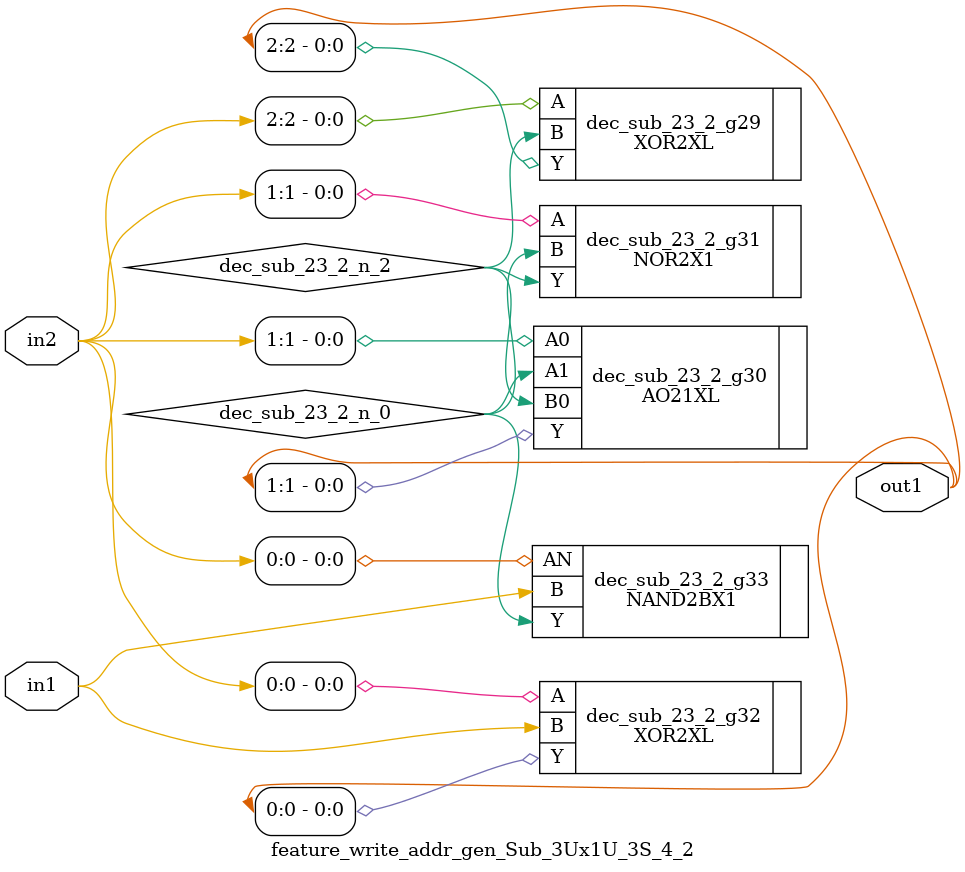
<source format=v>
`timescale 1ps / 1ps


module feature_write_addr_gen_Sub_3Ux1U_3S_4_2(in2, in1, out1);
  input [2:0] in2;
  input in1;
  output [2:0] out1;
  wire [2:0] in2;
  wire in1;
  wire [2:0] out1;
  wire dec_sub_23_2_n_0, dec_sub_23_2_n_2;
  XOR2XL dec_sub_23_2_g29(.A (in2[2]), .B (dec_sub_23_2_n_2), .Y
       (out1[2]));
  AO21XL dec_sub_23_2_g30(.A0 (in2[1]), .A1 (dec_sub_23_2_n_0), .B0
       (dec_sub_23_2_n_2), .Y (out1[1]));
  NOR2X1 dec_sub_23_2_g31(.A (in2[1]), .B (dec_sub_23_2_n_0), .Y
       (dec_sub_23_2_n_2));
  XOR2XL dec_sub_23_2_g32(.A (in2[0]), .B (in1), .Y (out1[0]));
  NAND2BX1 dec_sub_23_2_g33(.AN (in2[0]), .B (in1), .Y
       (dec_sub_23_2_n_0));
endmodule



</source>
